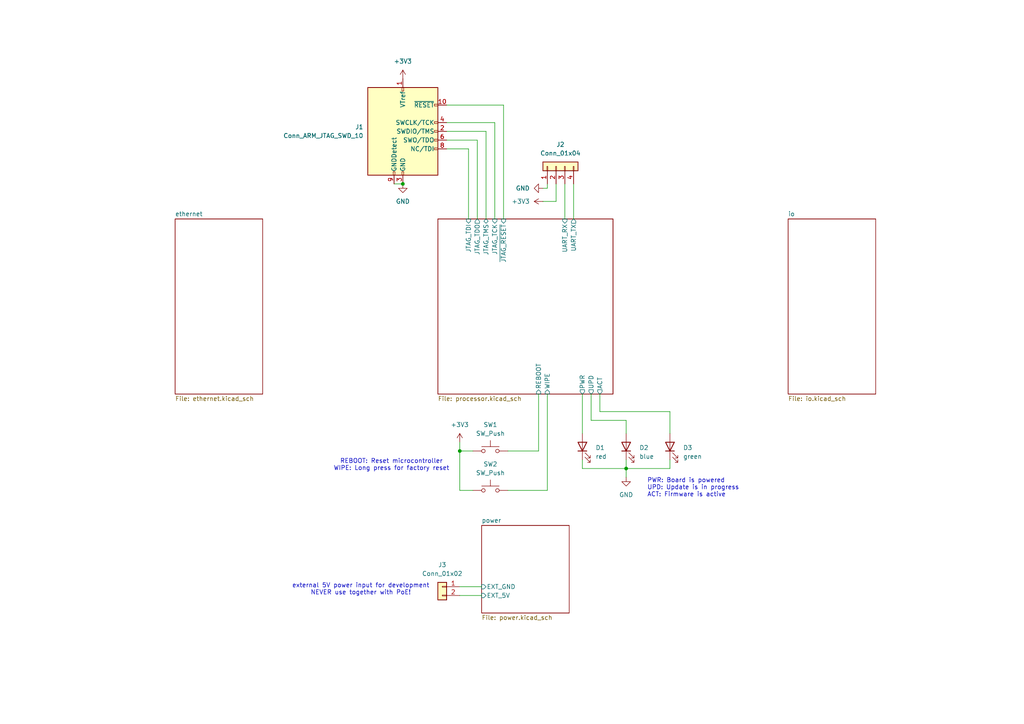
<source format=kicad_sch>
(kicad_sch (version 20231120) (generator "eeschema") (generator_version "8.0")
  (paper "A4")
  (lib_symbols
    (symbol "Connector:Conn_ARM_JTAG_SWD_10" (pin_names (offset 1.016))
      (property "Reference" "J" (at -2.54 16.51 0))
      (property "Value" "Conn_ARM_JTAG_SWD_10" (at -2.54 13.97 0))
      (symbol "Conn_ARM_JTAG_SWD_10_0_1"
        (rectangle (start -10.16 12.7) (end 10.16 -12.7) (stroke (width 0.254)) (fill (type background)))
        (rectangle (start -2.794 -12.7) (end -2.286 -11.684))
        (rectangle (start -0.254 -12.7) (end 0.254 -11.684))
        (rectangle (start -0.254 12.7) (end 0.254 11.684))
        (rectangle (start 9.144 2.286) (end 10.16 2.794))
        (rectangle (start 10.16 -2.794) (end 9.144 -2.286))
        (rectangle (start 10.16 -0.254) (end 9.144 0.254))
        (rectangle (start 10.16 7.874) (end 9.144 7.366))
      )
      (symbol "Conn_ARM_JTAG_SWD_10_1_1"
        (rectangle (start 9.144 -5.334) (end 10.16 -4.826))
        (pin power_in line (at 0 15.24 270) (length 2.54) (name "VTref") (number "1"))
        (pin open_collector line (at 12.7 7.62 180) (length 2.54) (name "~{RESET}") (number "10"))
        (pin bidirectional line (at 12.7 0 180) (length 2.54) (name "SWDIO/TMS") (number "2"))
        (pin power_in line (at 0 -15.24 90) (length 2.54) (name "GND") (number "3"))
        (pin output line (at 12.7 2.54 180) (length 2.54) (name "SWCLK/TCK") (number "4"))
        (pin passive line (at 0 -15.24 90) (length 2.54) hide (name "GND") (number "5"))
        (pin input line (at 12.7 -2.54 180) (length 2.54) (name "SWO/TDO") (number "6"))
        (pin no_connect line (at -10.16 0 0) (length 2.54) hide (name "KEY") (number "7"))
        (pin output line (at 12.7 -5.08 180) (length 2.54) (name "NC/TDI") (number "8"))
        (pin passive line (at -2.54 -15.24 90) (length 2.54) (name "GNDDetect") (number "9"))
      )
    )
    (symbol "Connector_Generic:Conn_01x02" (pin_names (offset 1.016) hide)
      (property "Reference" "J" (at 0 2.54 0))
      (property "Value" "Conn_01x02" (at 0 -5.08 0))
      (symbol "Conn_01x02_1_1"
        (rectangle (start -1.27 -2.413) (end 0 -2.667) (stroke (width 0.1524)))
        (rectangle (start -1.27 0.127) (end 0 -0.127) (stroke (width 0.1524)))
        (rectangle (start -1.27 1.27) (end 1.27 -3.81) (stroke (width 0.254)) (fill (type background)))
        (pin passive line (at -5.08 0 0) (length 3.81) (name "Pin_1") (number "1"))
        (pin passive line (at -5.08 -2.54 0) (length 3.81) (name "Pin_2") (number "2"))
      )
    )
    (symbol "Connector_Generic:Conn_01x04" (pin_names (offset 1.016) hide)
      (property "Reference" "J" (at 0 5.08 0))
      (property "Value" "Conn_01x04" (at 0 -7.62 0))
      (symbol "Conn_01x04_1_1"
        (rectangle (start -1.27 -4.953) (end 0 -5.207) (stroke (width 0.1524)))
        (rectangle (start -1.27 -2.413) (end 0 -2.667) (stroke (width 0.1524)))
        (rectangle (start -1.27 0.127) (end 0 -0.127) (stroke (width 0.1524)))
        (rectangle (start -1.27 2.667) (end 0 2.413) (stroke (width 0.1524)))
        (rectangle (start -1.27 3.81) (end 1.27 -6.35) (stroke (width 0.254)) (fill (type background)))
        (pin passive line (at -5.08 2.54 0) (length 3.81) (name "Pin_1") (number "1"))
        (pin passive line (at -5.08 0 0) (length 3.81) (name "Pin_2") (number "2"))
        (pin passive line (at -5.08 -2.54 0) (length 3.81) (name "Pin_3") (number "3"))
        (pin passive line (at -5.08 -5.08 0) (length 3.81) (name "Pin_4") (number "4"))
      )
    )
    (symbol "Device:LED" (pin_numbers hide) (pin_names (offset 1.016) hide)
      (property "Reference" "D" (at 0 2.54 0))
      (property "Value" "LED" (at 0 -2.54 0))
      (symbol "LED_0_1"
        (polyline (pts (xy -1.27 -1.27) (xy -1.27 1.27)) (stroke (width 0.254)))
        (polyline (pts (xy -1.27 0) (xy 1.27 0)))
        (polyline (pts (xy 1.27 -1.27) (xy 1.27 1.27) (xy -1.27 0) (xy 1.27 -1.27)) (stroke (width 0.254)))
        (polyline (pts (xy -3.048 -0.762) (xy -4.572 -2.286) (xy -3.81 -2.286) (xy -4.572 -2.286) (xy -4.572 -1.524)))
        (polyline (pts (xy -1.778 -0.762) (xy -3.302 -2.286) (xy -2.54 -2.286) (xy -3.302 -2.286) (xy -3.302 -1.524)))
      )
      (symbol "LED_1_1"
        (pin passive line (at -3.81 0 0) (length 2.54) (name "K") (number "1"))
        (pin passive line (at 3.81 0 180) (length 2.54) (name "A") (number "2"))
      )
    )
    (symbol "Switch:SW_Push" (pin_numbers hide) (pin_names (offset 1.016) hide)
      (property "Reference" "SW" (at 1.27 2.54 0))
      (property "Value" "SW_Push" (at 0 -1.524 0))
      (symbol "SW_Push_0_1"
        (circle (center -2.032 0) (radius 0.508))
        (polyline (pts (xy 0 1.27) (xy 0 3.048)))
        (polyline (pts (xy 2.54 1.27) (xy -2.54 1.27)))
        (circle (center 2.032 0) (radius 0.508))
        (pin passive line (at -5.08 0 0) (length 2.54) (name "1") (number "1"))
        (pin passive line (at 5.08 0 180) (length 2.54) (name "2") (number "2"))
      )
    )
    (symbol "power:+3V3" (power) (pin_numbers hide) (pin_names (offset 0) hide)
      (property "Value" "+3V3" (at 0 3.556 0))
      (symbol "+3V3_0_1"
        (polyline (pts (xy -0.762 1.27) (xy 0 2.54)))
        (polyline (pts (xy 0 0) (xy 0 2.54)))
        (polyline (pts (xy 0 2.54) (xy 0.762 1.27)))
      )
      (symbol "+3V3_1_1"
        (pin power_in line (at 0 0 90) (length 0) (name "~") (number "1"))
      )
    )
    (symbol "power:GND" (power) (pin_numbers hide) (pin_names (offset 0) hide)
      (property "Value" "GND" (at 0 -3.81 0))
      (symbol "GND_0_1"
        (polyline (pts (xy 0 0) (xy 0 -1.27) (xy 1.27 -1.27) (xy 0 -2.54) (xy -1.27 -1.27) (xy 0 -1.27)))
      )
      (symbol "GND_1_1"
        (pin power_in line (at 0 0 270) (length 0) (name "~") (number "1"))
      )
    )
  )
  (junction (at 181.61 135.89))
  (junction (at 133.35 130.81))
  (junction (at 116.84 53.34))
  (wire (pts (xy 181.61 135.89) (xy 181.61 138.43)))
  (wire (pts (xy 138.43 40.64) (xy 138.43 63.5)))
  (wire (pts (xy 181.61 133.35) (xy 181.61 135.89)))
  (wire (pts (xy 161.29 58.42) (xy 157.48 58.42)))
  (wire (pts (xy 129.54 35.56) (xy 143.51 35.56)))
  (wire (pts (xy 181.61 121.92) (xy 181.61 125.73)))
  (wire (pts (xy 129.54 30.48) (xy 146.05 30.48)))
  (wire (pts (xy 146.05 30.48) (xy 146.05 63.5)))
  (wire (pts (xy 156.21 114.3) (xy 156.21 130.81)))
  (wire (pts (xy 133.35 130.81) (xy 133.35 142.24)))
  (wire (pts (xy 158.75 114.3) (xy 158.75 142.24)))
  (wire (pts (xy 168.91 135.89) (xy 181.61 135.89)))
  (wire (pts (xy 114.3 53.34) (xy 116.84 53.34)))
  (wire (pts (xy 168.91 114.3) (xy 168.91 125.73)))
  (wire (pts (xy 173.99 114.3) (xy 173.99 119.38)))
  (wire (pts (xy 129.54 40.64) (xy 138.43 40.64)))
  (wire (pts (xy 137.16 142.24) (xy 133.35 142.24)))
  (wire (pts (xy 157.48 54.61) (xy 158.75 54.61)))
  (wire (pts (xy 161.29 53.34) (xy 161.29 58.42)))
  (wire (pts (xy 133.35 130.81) (xy 133.35 128.27)))
  (wire (pts (xy 129.54 43.18) (xy 135.89 43.18)))
  (wire (pts (xy 158.75 54.61) (xy 158.75 53.34)))
  (wire (pts (xy 140.97 38.1) (xy 140.97 63.5)))
  (wire (pts (xy 173.99 119.38) (xy 194.31 119.38)))
  (wire (pts (xy 194.31 119.38) (xy 194.31 125.73)))
  (wire (pts (xy 194.31 133.35) (xy 194.31 135.89)))
  (wire (pts (xy 194.31 135.89) (xy 181.61 135.89)))
  (wire (pts (xy 168.91 133.35) (xy 168.91 135.89)))
  (wire (pts (xy 158.75 142.24) (xy 147.32 142.24)))
  (wire (pts (xy 143.51 35.56) (xy 143.51 63.5)))
  (wire (pts (xy 163.83 53.34) (xy 163.83 63.5)))
  (wire (pts (xy 171.45 114.3) (xy 171.45 121.92)))
  (wire (pts (xy 129.54 38.1) (xy 140.97 38.1)))
  (wire (pts (xy 135.89 43.18) (xy 135.89 63.5)))
  (wire (pts (xy 171.45 121.92) (xy 181.61 121.92)))
  (wire (pts (xy 133.35 170.18) (xy 139.7 170.18)))
  (wire (pts (xy 137.16 130.81) (xy 133.35 130.81)))
  (wire (pts (xy 133.35 172.72) (xy 139.7 172.72)))
  (wire (pts (xy 166.37 53.34) (xy 166.37 63.5)))
  (wire (pts (xy 156.21 130.81) (xy 147.32 130.81)))
  (text "PWR: Board is powered\nUPD: Update is in progress\nACT: Firmware is active" (at 187.706 141.478 0) (effects (font (size 1.27 1.27)) (justify left)))
  (text "REBOOT: Reset microcontroller\nWIPE: Long press for factory reset" (at 113.538 134.874 0) (effects (font (size 1.27 1.27))))
  (text "external 5V power input for development\nNEVER use together with PoE!" (at 104.648 170.942 0) (effects (font (size 1.27 1.27))))
  (symbol (lib_id "Switch:SW_Push") (at 142.24 130.81 0) (mirror y) (unit 1)
    (property "Reference" "SW1" (at 142.24 123.19 0))
    (property "Value" "SW_Push" (at 142.24 125.73 0))
    (property "Footprint" "Button_Switch_SMD:SW_SPST_TL3305B" (effects (hide yes)))
    (property "Datasheet" "https://www.e-switch.com/wp-content/uploads/2024/08/TL3305.pdf" (effects (hide yes)))
    (property "Description" "REBOOT" (effects (hide yes)))
    (property "MPN" "TL3305BF260QG" (effects (hide yes)))
    (property "Manufacturer" "E-Switch" (effects (hide yes)))
  )
  (symbol (lib_id "Switch:SW_Push") (at 142.24 142.24 0) (mirror y) (unit 1)
    (property "Reference" "SW2" (at 142.24 134.62 0))
    (property "Value" "SW_Push" (at 142.24 137.16 0))
    (property "Footprint" "Button_Switch_SMD:SW_SPST_TL3305B" (effects (hide yes)))
    (property "Datasheet" "https://www.e-switch.com/wp-content/uploads/2024/08/TL3305.pdf" (effects (hide yes)))
    (property "Description" "WIPE" (effects (hide yes)))
    (property "MPN" "TL3305BF260QG" (effects (hide yes)))
    (property "Manufacturer" "E-Switch" (effects (hide yes)))
  )
  (symbol (lib_id "Device:LED") (at 181.61 129.54 90) (unit 1)
    (property "Reference" "D2" (at 185.42 129.8574 90) (effects (justify right)))
    (property "Value" "blue" (at 185.42 132.3974 90) (effects (justify right)))
    (property "Footprint" "LED_SMD:LED_1206_3216Metric" (effects (hide yes)))
    (property "Datasheet" "https://s3-us-west-2.amazonaws.com/catsy.557/Dialight_CBI_data_598-1206_Apr2018.pdf" (effects (hide yes)))
    (property "Description" "UPD" (effects (hide yes)))
    (property "MPN" "598-8291-107F" (effects (hide yes)))
    (property "Manufacturer" "Dialight" (effects (hide yes)))
  )
  (symbol (lib_id "Connector_Generic:Conn_01x04") (at 161.29 48.26 90) (unit 1)
    (property "Reference" "J2" (at 162.56 41.91 90))
    (property "Value" "Conn_01x04" (at 162.56 44.45 90))
    (property "Footprint" "Connector_PinHeader_2.54mm:PinHeader_1x04_P2.54mm_Vertical" (effects (hide yes)))
    (property "Description" "3V3 UART" (effects (hide yes)))
  )
  (symbol (lib_id "power:+3V3") (at 133.35 128.27 0) (mirror y) (unit 1)
    (property "Reference" "#PWR04" (effects (hide yes)))
    (property "Value" "+3V3" (at 133.35 123.19 0))
    (property "Description" "Power symbol creates a global label with name \"+3V3\"" (effects (hide yes)))
  )
  (symbol (lib_id "Connector:Conn_ARM_JTAG_SWD_10") (at 116.84 38.1 0) (unit 1)
    (property "Reference" "J1" (at 105.41 36.8299 0) (effects (justify right)))
    (property "Value" "Conn_ARM_JTAG_SWD_10" (at 105.41 39.3699 0) (effects (justify right)))
    (property "Datasheet" "https://mm.digikey.com/Volume0/opasdata/d220001/medias/docus/6209/ftsh-1xx-xx-xxx-dv-xxx-xxx-x-xx-mkt.pdf" (effects (hide yes)))
    (property "Description" "JTAG" (effects (hide yes)))
    (property "MPN" "FTSH-105-01-L-DV-007-K-TR" (effects (hide yes)))
    (property "Manufacturer" "samtec" (effects (hide yes)))
  )
  (symbol (lib_id "Connector_Generic:Conn_01x02") (at 128.27 170.18 0) (mirror y) (unit 1)
    (property "Reference" "J3" (at 128.27 163.83 0))
    (property "Value" "Conn_01x02" (at 128.27 166.37 0))
    (property "Footprint" "Connector_PinHeader_2.54mm:PinHeader_1x02_P2.54mm_Vertical" (effects (hide yes)))
    (property "Description" "Non-PoE 5V power input" (effects (hide yes)))
  )
  (symbol (lib_id "power:+3V3") (at 157.48 58.42 90) (unit 1)
    (property "Reference" "#PWR06" (effects (hide yes)))
    (property "Value" "+3V3" (at 153.67 58.4199 90) (effects (justify left)))
    (property "Description" "Power symbol creates a global label with name \"+3V3\"" (effects (hide yes)))
  )
  (symbol (lib_id "Device:LED") (at 194.31 129.54 90) (unit 1)
    (property "Reference" "D3" (at 198.12 129.8574 90) (effects (justify right)))
    (property "Value" "green" (at 198.12 132.3974 90) (effects (justify right)))
    (property "Footprint" "LED_SMD:LED_1206_3216Metric" (effects (hide yes)))
    (property "Datasheet" "https://s3-us-west-2.amazonaws.com/catsy.557/Dialight_CBI_data_598-1206_Apr2018.pdf" (effects (hide yes)))
    (property "Description" "ACT" (effects (hide yes)))
    (property "MPN" "598-8270-107F" (effects (hide yes)))
    (property "Manufacturer" "Dialight" (effects (hide yes)))
  )
  (symbol (lib_id "power:GND") (at 116.84 53.34 0) (unit 1)
    (property "Reference" "#PWR02" (effects (hide yes)))
    (property "Value" "GND" (at 116.84 58.42 0))
    (property "Description" "Power symbol creates a global label with name \"GND\" , ground" (effects (hide yes)))
  )
  (symbol (lib_id "power:GND") (at 181.61 138.43 0) (unit 1)
    (property "Reference" "#PWR03" (effects (hide yes)))
    (property "Value" "GND" (at 181.61 143.51 0))
    (property "Description" "Power symbol creates a global label with name \"GND\" , ground" (effects (hide yes)))
  )
  (symbol (lib_id "power:GND") (at 157.48 54.61 270) (unit 1)
    (property "Reference" "#PWR05" (effects (hide yes)))
    (property "Value" "GND" (at 153.67 54.6099 90) (effects (justify right)))
    (property "Description" "Power symbol creates a global label with name \"GND\" , ground" (effects (hide yes)))
  )
  (symbol (lib_id "power:+3V3") (at 116.84 22.86 0) (unit 1)
    (property "Reference" "#PWR01" (effects (hide yes)))
    (property "Value" "+3V3" (at 116.84 17.78 0))
    (property "Description" "Power symbol creates a global label with name \"+3V3\"" (effects (hide yes)))
  )
  (symbol (lib_id "Device:LED") (at 168.91 129.54 90) (unit 1)
    (property "Reference" "D1" (at 172.72 129.8574 90) (effects (justify right)))
    (property "Value" "red" (at 172.72 132.3974 90) (effects (justify right)))
    (property "Footprint" "LED_SMD:LED_1206_3216Metric" (effects (hide yes)))
    (property "Datasheet" "https://s3-us-west-2.amazonaws.com/catsy.557/Dialight_CBI_data_598-1206_Apr2018.pdf" (effects (hide yes)))
    (property "Description" "PWR" (effects (hide yes)))
    (property "MPN" "598-8210-107F" (effects (hide yes)))
    (property "Manufacturer" "Dialight" (effects (hide yes)))
  )
  (sheet (at 50.8 63.5) (size 25.4 50.8) (stroke (width 0.1524))
    (property "Sheetname" "ethernet" (at 50.8 62.7884 0) (effects (justify left bottom)))
    (property "Sheetfile" "ethernet.kicad_sch" (at 50.8 114.8846 0) (effects (justify left top)))
  )
  (sheet (at 228.6 63.5) (size 25.4 50.8) (stroke (width 0.1524))
    (property "Sheetname" "io" (at 228.6 62.7884 0) (effects (justify left bottom)))
    (property "Sheetfile" "io.kicad_sch" (at 228.6 114.8846 0) (effects (justify left top)))
  )
  (sheet (at 127 63.5) (size 50.8 50.8) (stroke (width 0.1524))
    (property "Sheetname" "processor" (effects (hide yes)))
    (property "Sheetfile" "processor.kicad_sch" (at 127 114.8846 0) (effects (justify left top)))
    (pin "REBOOT" input (at 156.21 114.3 270))
    (pin "WIPE" input (at 158.75 114.3 270))
    (pin "PWR" output (at 168.91 114.3 270))
    (pin "UPD" output (at 171.45 114.3 270))
    (pin "ACT" output (at 173.99 114.3 270))
    (pin "JTAG_TDI" input (at 135.89 63.5 90))
    (pin "JTAG_TDO" output (at 138.43 63.5 90))
    (pin "~{JTAG_RESET}" input (at 146.05 63.5 90))
    (pin "JTAG_TMS" bidirectional (at 140.97 63.5 90))
    (pin "JTAG_TCK" input (at 143.51 63.5 90))
    (pin "UART_RX" input (at 163.83 63.5 90))
    (pin "UART_TX" output (at 166.37 63.5 90))
  )
  (sheet (at 139.7 152.4) (size 25.4 25.4) (stroke (width 0.1524))
    (property "Sheetname" "power" (at 139.7 151.6884 0) (effects (justify left bottom)))
    (property "Sheetfile" "power.kicad_sch" (at 139.7 178.3846 0) (effects (justify left top)))
    (pin "EXT_5V" input (at 139.7 172.72 180))
    (pin "EXT_GND" input (at 139.7 170.18 180))
  )
)
</source>
